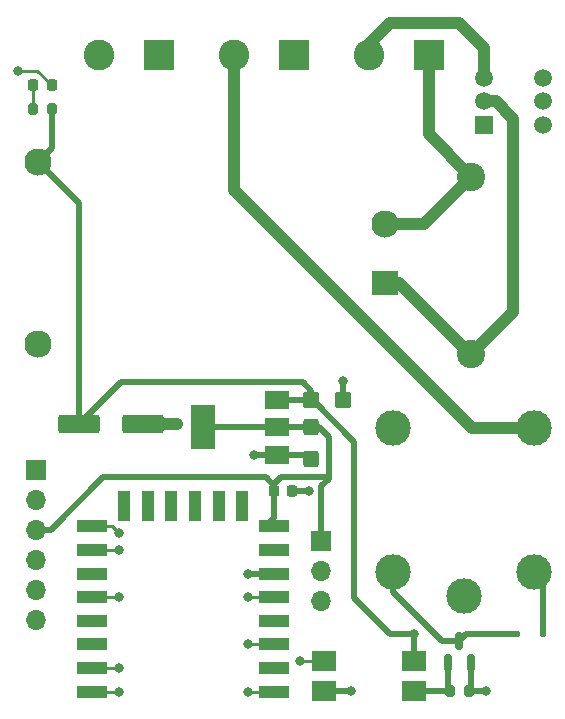
<source format=gtl>
G04 #@! TF.GenerationSoftware,KiCad,Pcbnew,7.0.8*
G04 #@! TF.CreationDate,2024-05-10T00:52:19-03:00*
G04 #@! TF.ProjectId,on_off_module_x1,6f6e5f6f-6666-45f6-9d6f-64756c655f78,1.0*
G04 #@! TF.SameCoordinates,Original*
G04 #@! TF.FileFunction,Copper,L1,Top*
G04 #@! TF.FilePolarity,Positive*
%FSLAX46Y46*%
G04 Gerber Fmt 4.6, Leading zero omitted, Abs format (unit mm)*
G04 Created by KiCad (PCBNEW 7.0.8) date 2024-05-10 00:52:19*
%MOMM*%
%LPD*%
G01*
G04 APERTURE LIST*
G04 Aperture macros list*
%AMRoundRect*
0 Rectangle with rounded corners*
0 $1 Rounding radius*
0 $2 $3 $4 $5 $6 $7 $8 $9 X,Y pos of 4 corners*
0 Add a 4 corners polygon primitive as box body*
4,1,4,$2,$3,$4,$5,$6,$7,$8,$9,$2,$3,0*
0 Add four circle primitives for the rounded corners*
1,1,$1+$1,$2,$3*
1,1,$1+$1,$4,$5*
1,1,$1+$1,$6,$7*
1,1,$1+$1,$8,$9*
0 Add four rect primitives between the rounded corners*
20,1,$1+$1,$2,$3,$4,$5,0*
20,1,$1+$1,$4,$5,$6,$7,0*
20,1,$1+$1,$6,$7,$8,$9,0*
20,1,$1+$1,$8,$9,$2,$3,0*%
G04 Aperture macros list end*
G04 #@! TA.AperFunction,SMDPad,CuDef*
%ADD10RoundRect,0.225000X-0.225000X-0.250000X0.225000X-0.250000X0.225000X0.250000X-0.225000X0.250000X0*%
G04 #@! TD*
G04 #@! TA.AperFunction,SMDPad,CuDef*
%ADD11RoundRect,0.150000X0.150000X-0.587500X0.150000X0.587500X-0.150000X0.587500X-0.150000X-0.587500X0*%
G04 #@! TD*
G04 #@! TA.AperFunction,SMDPad,CuDef*
%ADD12RoundRect,0.125000X0.125000X0.125000X-0.125000X0.125000X-0.125000X-0.125000X0.125000X-0.125000X0*%
G04 #@! TD*
G04 #@! TA.AperFunction,ComponentPad*
%ADD13R,1.700000X1.700000*%
G04 #@! TD*
G04 #@! TA.AperFunction,ComponentPad*
%ADD14O,1.700000X1.700000*%
G04 #@! TD*
G04 #@! TA.AperFunction,SMDPad,CuDef*
%ADD15RoundRect,0.218750X0.218750X0.256250X-0.218750X0.256250X-0.218750X-0.256250X0.218750X-0.256250X0*%
G04 #@! TD*
G04 #@! TA.AperFunction,ComponentPad*
%ADD16C,3.000000*%
G04 #@! TD*
G04 #@! TA.AperFunction,ComponentPad*
%ADD17C,2.600000*%
G04 #@! TD*
G04 #@! TA.AperFunction,ComponentPad*
%ADD18R,2.600000X2.600000*%
G04 #@! TD*
G04 #@! TA.AperFunction,SMDPad,CuDef*
%ADD19R,2.000000X1.500000*%
G04 #@! TD*
G04 #@! TA.AperFunction,SMDPad,CuDef*
%ADD20R,2.000000X3.800000*%
G04 #@! TD*
G04 #@! TA.AperFunction,SMDPad,CuDef*
%ADD21RoundRect,0.200000X-0.200000X-0.275000X0.200000X-0.275000X0.200000X0.275000X-0.200000X0.275000X0*%
G04 #@! TD*
G04 #@! TA.AperFunction,SMDPad,CuDef*
%ADD22RoundRect,0.250000X-0.425000X0.450000X-0.425000X-0.450000X0.425000X-0.450000X0.425000X0.450000X0*%
G04 #@! TD*
G04 #@! TA.AperFunction,SMDPad,CuDef*
%ADD23R,2.500000X1.100000*%
G04 #@! TD*
G04 #@! TA.AperFunction,SMDPad,CuDef*
%ADD24R,1.100000X2.500000*%
G04 #@! TD*
G04 #@! TA.AperFunction,ComponentPad*
%ADD25C,2.400000*%
G04 #@! TD*
G04 #@! TA.AperFunction,SMDPad,CuDef*
%ADD26R,2.000000X1.780000*%
G04 #@! TD*
G04 #@! TA.AperFunction,ComponentPad*
%ADD27R,2.300000X2.000000*%
G04 #@! TD*
G04 #@! TA.AperFunction,ComponentPad*
%ADD28C,2.300000*%
G04 #@! TD*
G04 #@! TA.AperFunction,SMDPad,CuDef*
%ADD29RoundRect,0.250000X-0.450000X-0.425000X0.450000X-0.425000X0.450000X0.425000X-0.450000X0.425000X0*%
G04 #@! TD*
G04 #@! TA.AperFunction,SMDPad,CuDef*
%ADD30RoundRect,0.250000X-1.500000X-0.550000X1.500000X-0.550000X1.500000X0.550000X-1.500000X0.550000X0*%
G04 #@! TD*
G04 #@! TA.AperFunction,ComponentPad*
%ADD31R,1.500000X1.500000*%
G04 #@! TD*
G04 #@! TA.AperFunction,ComponentPad*
%ADD32C,1.500000*%
G04 #@! TD*
G04 #@! TA.AperFunction,ViaPad*
%ADD33C,0.800000*%
G04 #@! TD*
G04 #@! TA.AperFunction,Conductor*
%ADD34C,1.000000*%
G04 #@! TD*
G04 #@! TA.AperFunction,Conductor*
%ADD35C,0.500000*%
G04 #@! TD*
G04 #@! TA.AperFunction,Conductor*
%ADD36C,0.250000*%
G04 #@! TD*
G04 APERTURE END LIST*
D10*
X150508000Y-102664198D03*
X152058000Y-102664198D03*
D11*
X165252000Y-117226998D03*
X167152000Y-117226998D03*
X166202000Y-115351998D03*
D12*
X173279500Y-114811498D03*
X171079500Y-114811498D03*
D13*
X154518000Y-106937498D03*
D14*
X154518000Y-109477498D03*
X154518000Y-112017498D03*
D15*
X131663500Y-68329498D03*
X130088500Y-68329498D03*
D16*
X166552000Y-111535498D03*
X160552000Y-97335498D03*
X172552000Y-97335498D03*
X172552000Y-109535498D03*
X160552000Y-109535498D03*
D17*
X135703000Y-65786000D03*
D18*
X140783000Y-65786000D03*
D13*
X130364000Y-100886198D03*
D14*
X130364000Y-103426198D03*
X130364000Y-105966198D03*
X130364000Y-108506198D03*
X130364000Y-111046198D03*
X130364000Y-113586198D03*
D17*
X158558000Y-65786000D03*
D18*
X163638000Y-65786000D03*
D19*
X150786000Y-99585498D03*
X150786000Y-97285498D03*
D20*
X144486000Y-97285498D03*
D19*
X150786000Y-94985498D03*
D21*
X165377000Y-119637498D03*
X167027000Y-119637498D03*
D22*
X153652000Y-97285498D03*
X153652000Y-99985498D03*
D23*
X150508000Y-119660998D03*
X150508000Y-117660998D03*
X150508000Y-115660998D03*
X150508000Y-113660998D03*
X150508000Y-111660998D03*
X150508000Y-109660998D03*
X150508000Y-107660998D03*
X150508000Y-105660998D03*
X135108000Y-105660998D03*
X135108000Y-107660998D03*
X135108000Y-109660998D03*
X135108000Y-111660998D03*
X135108000Y-113660998D03*
X135108000Y-115660998D03*
X135108000Y-117660998D03*
X135108000Y-119660998D03*
D24*
X147818000Y-103960998D03*
X145818000Y-103960998D03*
X143818000Y-103960998D03*
X141818000Y-103960998D03*
X139818000Y-103960998D03*
X137818000Y-103960998D03*
D25*
X167218000Y-91053498D03*
X167218000Y-76053498D03*
D26*
X154772000Y-117097498D03*
X154772000Y-119637498D03*
X162392000Y-119637498D03*
X162392000Y-117097498D03*
D27*
X159936500Y-85053498D03*
D28*
X159936500Y-80053498D03*
X130536500Y-90253498D03*
X130536500Y-74853498D03*
D29*
X153652000Y-94985499D03*
X156352000Y-94985499D03*
D18*
X152208000Y-65786000D03*
D17*
X147128000Y-65786000D03*
D30*
X134014000Y-97031498D03*
X139414000Y-97031498D03*
D21*
X130071000Y-70361498D03*
X131721000Y-70361498D03*
D31*
X168290000Y-71676198D03*
D32*
X168290000Y-69676198D03*
X168290000Y-67676198D03*
X173290000Y-71676198D03*
X173290000Y-69676198D03*
X173290000Y-67676198D03*
D33*
X162392000Y-114811498D03*
X148779000Y-99585499D03*
X157058000Y-119637498D03*
X128840000Y-67104198D03*
X156352000Y-93393198D03*
X153478000Y-102664198D03*
X168488000Y-119637498D03*
X142302000Y-97031498D03*
X137346999Y-106199000D03*
X148269000Y-109661000D03*
X137346999Y-117661001D03*
X137346999Y-119660998D03*
X148269001Y-111661000D03*
X148269001Y-115661005D03*
X148269001Y-119661002D03*
X137346999Y-107661004D03*
X137346999Y-111661000D03*
X152740000Y-117097498D03*
D34*
X147128000Y-77195498D02*
X147128000Y-65786000D01*
X167268000Y-97335498D02*
X147128000Y-77195498D01*
X172202000Y-97335498D02*
X167268000Y-97335498D01*
X169258000Y-69676198D02*
X170750000Y-71168198D01*
X170750000Y-87521498D02*
X167218000Y-91053498D01*
X168290000Y-69676198D02*
X169258000Y-69676198D01*
X161115650Y-85053498D02*
X167115650Y-91053498D01*
X159936500Y-85053498D02*
X161115650Y-85053498D01*
X167115650Y-91053498D02*
X167218000Y-91053498D01*
X170750000Y-71168198D02*
X170750000Y-87521498D01*
X163218000Y-80053498D02*
X167218000Y-76053498D01*
X159936500Y-80053498D02*
X163218000Y-80053498D01*
X163638000Y-72473498D02*
X167218000Y-76053498D01*
X163638000Y-66043498D02*
X163638000Y-72473498D01*
D35*
X173279500Y-114811498D02*
X173279500Y-110262998D01*
X162392000Y-117097498D02*
X162392000Y-114811498D01*
X130536500Y-74853498D02*
X134014000Y-78330998D01*
X131721000Y-73668998D02*
X130536500Y-74853498D01*
X134014000Y-97031498D02*
X137570000Y-93475498D01*
X134014000Y-78330998D02*
X134014000Y-97031498D01*
X150786001Y-94985499D02*
X153652000Y-94985499D01*
X153652000Y-94202198D02*
X153652000Y-94985499D01*
X160360000Y-114811498D02*
X157312000Y-111763498D01*
X150786000Y-94985498D02*
X150786001Y-94985499D01*
X157312000Y-111763498D02*
X157312000Y-98497198D01*
X173279500Y-110262998D02*
X172552000Y-109535498D01*
X137570000Y-93475498D02*
X152925300Y-93475498D01*
X131721000Y-70361498D02*
X131721000Y-73668998D01*
X153800301Y-94985499D02*
X153652000Y-94985499D01*
X152925300Y-93475498D02*
X153652000Y-94202198D01*
X157312000Y-98497198D02*
X153800301Y-94985499D01*
X173279500Y-110612998D02*
X172202000Y-109535498D01*
X162392000Y-114811498D02*
X160360000Y-114811498D01*
D34*
X140708000Y-97031498D02*
X142302000Y-97031498D01*
D35*
X153252000Y-99585498D02*
X153652000Y-99985498D01*
X167027000Y-119637498D02*
X168488000Y-119637498D01*
D36*
X130438200Y-67104198D02*
X131663500Y-68329498D01*
D35*
X148779000Y-99585499D02*
X150786000Y-99585498D01*
X150786000Y-99585498D02*
X153252000Y-99585498D01*
D36*
X135808000Y-105660998D02*
X136808997Y-105660998D01*
D35*
X154772000Y-119637498D02*
X157058000Y-119637498D01*
X153478000Y-102664198D02*
X152058000Y-102664198D01*
X167152000Y-117226998D02*
X167152000Y-119512498D01*
D36*
X136808997Y-105660998D02*
X137346999Y-106199000D01*
D35*
X167152000Y-119512498D02*
X167027000Y-119637498D01*
D36*
X128840000Y-67104198D02*
X130438200Y-67104198D01*
D35*
X156352000Y-93393198D02*
X156352000Y-94985499D01*
X150786000Y-97285498D02*
X153652000Y-97285498D01*
X150508000Y-102234198D02*
X149795000Y-101521198D01*
X150508000Y-102664198D02*
X150508000Y-102234198D01*
X150508000Y-102078198D02*
X151065000Y-101521198D01*
X150508000Y-104960998D02*
X149808000Y-105660998D01*
X151065000Y-101521198D02*
X155002000Y-101521198D01*
X154518000Y-106937498D02*
X154494000Y-106913498D01*
X150508000Y-102664198D02*
X150508000Y-102078198D01*
X155129000Y-101648198D02*
X155129000Y-98092198D01*
X144486000Y-97285498D02*
X150786000Y-97285498D01*
X149795000Y-101521198D02*
X136058300Y-101521198D01*
X155002000Y-101521198D02*
X155129000Y-101648198D01*
X131613300Y-105966198D02*
X130364000Y-105966198D01*
X154494000Y-102283198D02*
X155129000Y-101648198D01*
X136058300Y-101521198D02*
X131613300Y-105966198D01*
X150508000Y-102664198D02*
X150508000Y-104960998D01*
X154322300Y-97285498D02*
X153652000Y-97285498D01*
X155129000Y-98092198D02*
X154322300Y-97285498D01*
X154494000Y-106913498D02*
X154494000Y-102283198D01*
X148269000Y-109661000D02*
X149808000Y-109660999D01*
D36*
X130088500Y-70343998D02*
X130071000Y-70361498D01*
X130088500Y-68329498D02*
X130088500Y-70343998D01*
D35*
X160552000Y-111193498D02*
X160552000Y-109535498D01*
X164710500Y-115351998D02*
X160552000Y-111193498D01*
X166202000Y-115351998D02*
X166742500Y-114811498D01*
X166742500Y-114811498D02*
X171079500Y-114811498D01*
X166202000Y-115351998D02*
X164710500Y-115351998D01*
D34*
X158558000Y-66043498D02*
X158558000Y-64818198D01*
X158558000Y-64818198D02*
X160336000Y-63040198D01*
X168290000Y-65152198D02*
X168290000Y-67676198D01*
X166178000Y-63040198D02*
X168290000Y-65152198D01*
X160336000Y-63040198D02*
X166178000Y-63040198D01*
D36*
X137346996Y-117660998D02*
X137346999Y-117661001D01*
X135808000Y-117660998D02*
X137346996Y-117660998D01*
X135808000Y-119660998D02*
X137346999Y-119660998D01*
X149808000Y-111661000D02*
X148269001Y-111661000D01*
D35*
X165252000Y-117226998D02*
X165252000Y-119512498D01*
X165252000Y-119512498D02*
X165377000Y-119637498D01*
X162392000Y-119637498D02*
X165377000Y-119637498D01*
D36*
X148269005Y-115661000D02*
X148269001Y-115661005D01*
X149808000Y-115661000D02*
X148269005Y-115661000D01*
X149808000Y-119660998D02*
X148269003Y-119661000D01*
X148269003Y-119661000D02*
X148269001Y-119661002D01*
X135808003Y-107661004D02*
X135808000Y-107661000D01*
X137346999Y-107661004D02*
X135808003Y-107661004D01*
X137346999Y-111661000D02*
X135808000Y-111661000D01*
X154772000Y-117097498D02*
X152740000Y-117097498D01*
M02*

</source>
